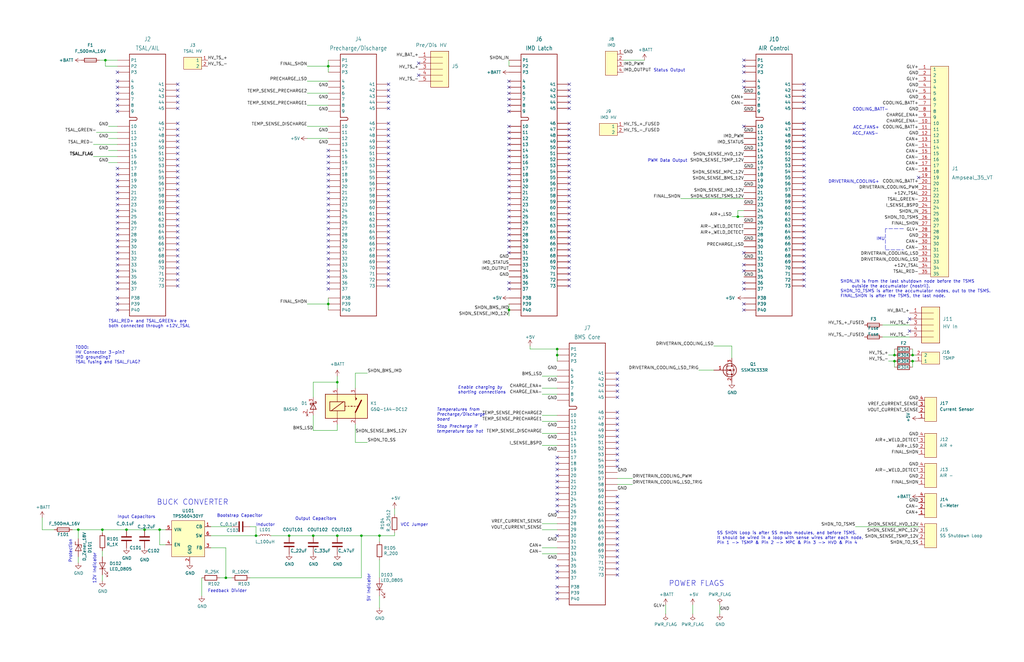
<source format=kicad_sch>
(kicad_sch (version 20211123) (generator eeschema)
  (paper "B")
  (title_block (title "Service Section Motherboard") (rev "1") (company "Olin Electric Motorsports") (comment 1 "Vaughn Rhinehart"))
  (junction (at 33.02 223.52))
  (junction (at 138.43 27.94))
  (junction (at 214.63 130.81))
  (junction (at 234.95 147.32))
  (junction (at 67.31 223.52))
  (junction (at 152.4 226.06))
  (junction (at 121.92 226.06))
  (junction (at 138.43 128.27))
  (junction (at 142.24 226.06))
  (junction (at 311.15 91.44))
  (junction (at 43.18 223.52))
  (junction (at 53.34 223.52))
  (junction (at 107.95 226.06))
  (junction (at 44.45 25.4))
  (junction (at 132.08 226.06))
  (junction (at 377.19 152.4))
  (junction (at 234.95 149.86))
  (junction (at 384.81 152.4))
  (junction (at 377.19 149.86))
  (junction (at 60.96 223.52))
  (junction (at 160.02 226.06))
  (junction (at 384.81 149.86))
  (junction (at 142.24 161.29))
  (junction (at 95.25 243.84))
  (no_connect (at 49.53 81.28))
  (no_connect (at 74.93 110.49))
  (no_connect (at 49.53 130.81))
  (no_connect (at 163.83 38.1))
  (no_connect (at 240.03 64.77))
  (no_connect (at 138.43 114.3))
  (no_connect (at 49.53 125.73))
  (no_connect (at 339.09 72.39))
  (no_connect (at 260.35 179.07))
  (no_connect (at 49.53 88.9))
  (no_connect (at 163.83 120.65))
  (no_connect (at 240.03 62.23))
  (no_connect (at 214.63 39.37))
  (no_connect (at 260.35 186.69))
  (no_connect (at 214.63 60.96))
  (no_connect (at 383.54 139.7))
  (no_connect (at 214.63 119.38))
  (no_connect (at 240.03 113.03))
  (no_connect (at 163.83 85.09))
  (no_connect (at 138.43 71.12))
  (no_connect (at 240.03 82.55))
  (no_connect (at 214.63 76.2))
  (no_connect (at 214.63 68.58))
  (no_connect (at 260.35 189.23))
  (no_connect (at 240.03 120.65))
  (no_connect (at 214.63 46.99))
  (no_connect (at 234.95 252.73))
  (no_connect (at 260.35 224.79))
  (no_connect (at 74.93 54.61))
  (no_connect (at 49.53 34.29))
  (no_connect (at 163.83 69.85))
  (no_connect (at 138.43 101.6))
  (no_connect (at 74.93 85.09))
  (no_connect (at 49.53 30.48))
  (no_connect (at 74.93 62.23))
  (no_connect (at 49.53 86.36))
  (no_connect (at 240.03 40.64))
  (no_connect (at 339.09 115.57))
  (no_connect (at 339.09 45.72))
  (no_connect (at 214.63 99.06))
  (no_connect (at 138.43 104.14))
  (no_connect (at 339.09 40.64))
  (no_connect (at 214.63 93.98))
  (no_connect (at 163.83 64.77))
  (no_connect (at 74.93 72.39))
  (no_connect (at 49.53 36.83))
  (no_connect (at 214.63 81.28))
  (no_connect (at 339.09 95.25))
  (no_connect (at 339.09 77.47))
  (no_connect (at 313.69 114.3))
  (no_connect (at 163.83 77.47))
  (no_connect (at 176.53 31.75))
  (no_connect (at 339.09 43.18))
  (no_connect (at 240.03 100.33))
  (no_connect (at 339.09 35.56))
  (no_connect (at 339.09 102.87))
  (no_connect (at 339.09 54.61))
  (no_connect (at 234.95 203.2))
  (no_connect (at 339.09 113.03))
  (no_connect (at 214.63 106.68))
  (no_connect (at 240.03 92.71))
  (no_connect (at 74.93 97.79))
  (no_connect (at 339.09 105.41))
  (no_connect (at 240.03 80.01))
  (no_connect (at 240.03 43.18))
  (no_connect (at 339.09 120.65))
  (no_connect (at 74.93 107.95))
  (no_connect (at 49.53 91.44))
  (no_connect (at 240.03 67.31))
  (no_connect (at 240.03 45.72))
  (no_connect (at 49.53 93.98))
  (no_connect (at 214.63 83.82))
  (no_connect (at 240.03 35.56))
  (no_connect (at 138.43 66.04))
  (no_connect (at 313.69 111.76))
  (no_connect (at 49.53 111.76))
  (no_connect (at 163.83 92.71))
  (no_connect (at 74.93 118.11))
  (no_connect (at 214.63 34.29))
  (no_connect (at 138.43 106.68))
  (no_connect (at 260.35 160.02))
  (no_connect (at 163.83 107.95))
  (no_connect (at 260.35 196.85))
  (no_connect (at 74.93 43.18))
  (no_connect (at 339.09 74.93))
  (no_connect (at 163.83 40.64))
  (no_connect (at 49.53 76.2))
  (no_connect (at 313.69 34.29))
  (no_connect (at 234.95 213.36))
  (no_connect (at 313.69 130.81))
  (no_connect (at 49.53 119.38))
  (no_connect (at 138.43 93.98))
  (no_connect (at 49.53 83.82))
  (no_connect (at 163.83 59.69))
  (no_connect (at 387.35 74.93))
  (no_connect (at 260.35 184.15))
  (no_connect (at 138.43 63.5))
  (no_connect (at 163.83 115.57))
  (no_connect (at 260.35 240.03))
  (no_connect (at 339.09 82.55))
  (no_connect (at 138.43 73.66))
  (no_connect (at 138.43 76.2))
  (no_connect (at 49.53 121.92))
  (no_connect (at 74.93 38.1))
  (no_connect (at 74.93 80.01))
  (no_connect (at 260.35 176.53))
  (no_connect (at 163.83 105.41))
  (no_connect (at 339.09 38.1))
  (no_connect (at 74.93 102.87))
  (no_connect (at 240.03 87.63))
  (no_connect (at 234.95 243.84))
  (no_connect (at 49.53 44.45))
  (no_connect (at 260.35 165.1))
  (no_connect (at 163.83 52.07))
  (no_connect (at 260.35 234.95))
  (no_connect (at 49.53 128.27))
  (no_connect (at 240.03 90.17))
  (no_connect (at 49.53 116.84))
  (no_connect (at 240.03 115.57))
  (no_connect (at 240.03 74.93))
  (no_connect (at 240.03 54.61))
  (no_connect (at 313.69 106.68))
  (no_connect (at 49.53 73.66))
  (no_connect (at 163.83 82.55))
  (no_connect (at 74.93 113.03))
  (no_connect (at 240.03 77.47))
  (no_connect (at 163.83 97.79))
  (no_connect (at 339.09 107.95))
  (no_connect (at 339.09 62.23))
  (no_connect (at 339.09 69.85))
  (no_connect (at 240.03 38.1))
  (no_connect (at 74.93 95.25))
  (no_connect (at 339.09 57.15))
  (no_connect (at 74.93 77.47))
  (no_connect (at 234.95 195.58))
  (no_connect (at 234.95 247.65))
  (no_connect (at 240.03 95.25))
  (no_connect (at 138.43 86.36))
  (no_connect (at 383.54 134.62))
  (no_connect (at 138.43 88.9))
  (no_connect (at 214.63 41.91))
  (no_connect (at 339.09 80.01))
  (no_connect (at 234.95 210.82))
  (no_connect (at 234.95 238.76))
  (no_connect (at 313.69 36.83))
  (no_connect (at 138.43 68.58))
  (no_connect (at 138.43 99.06))
  (no_connect (at 138.43 81.28))
  (no_connect (at 138.43 83.82))
  (no_connect (at 234.95 200.66))
  (no_connect (at 339.09 118.11))
  (no_connect (at 339.09 85.09))
  (no_connect (at 49.53 78.74))
  (no_connect (at 163.83 95.25))
  (no_connect (at 313.69 30.48))
  (no_connect (at 214.63 63.5))
  (no_connect (at 74.93 92.71))
  (no_connect (at 214.63 44.45))
  (no_connect (at 163.83 102.87))
  (no_connect (at 138.43 121.92))
  (no_connect (at 163.83 100.33))
  (no_connect (at 214.63 66.04))
  (no_connect (at 163.83 54.61))
  (no_connect (at 163.83 87.63))
  (no_connect (at 138.43 96.52))
  (no_connect (at 138.43 91.44))
  (no_connect (at 49.53 99.06))
  (no_connect (at 74.93 82.55))
  (no_connect (at 260.35 167.64))
  (no_connect (at 339.09 110.49))
  (no_connect (at 240.03 118.11))
  (no_connect (at 260.35 219.71))
  (no_connect (at 313.69 53.34))
  (no_connect (at 214.63 58.42))
  (no_connect (at 234.95 241.3))
  (no_connect (at 49.53 46.99))
  (no_connect (at 240.03 69.85))
  (no_connect (at 260.35 212.09))
  (no_connect (at 138.43 78.74))
  (no_connect (at 163.83 72.39))
  (no_connect (at 214.63 88.9))
  (no_connect (at 163.83 118.11))
  (no_connect (at 260.35 157.48))
  (no_connect (at 339.09 87.63))
  (no_connect (at 214.63 91.44))
  (no_connect (at 234.95 198.12))
  (no_connect (at 234.95 193.04))
  (no_connect (at 234.95 215.9))
  (no_connect (at 74.93 69.85))
  (no_connect (at 214.63 104.14))
  (no_connect (at 74.93 105.41))
  (no_connect (at 74.93 67.31))
  (no_connect (at 74.93 57.15))
  (no_connect (at 49.53 41.91))
  (no_connect (at 214.63 53.34))
  (no_connect (at 74.93 90.17))
  (no_connect (at 339.09 90.17))
  (no_connect (at 214.63 78.74))
  (no_connect (at 138.43 111.76))
  (no_connect (at 163.83 35.56))
  (no_connect (at 234.95 226.06))
  (no_connect (at 240.03 52.07))
  (no_connect (at 74.93 45.72))
  (no_connect (at 49.53 96.52))
  (no_connect (at 260.35 227.33))
  (no_connect (at 339.09 52.07))
  (no_connect (at 214.63 96.52))
  (no_connect (at 74.93 35.56))
  (no_connect (at 49.53 104.14))
  (no_connect (at 260.35 229.87))
  (no_connect (at 339.09 59.69))
  (no_connect (at 240.03 97.79))
  (no_connect (at 313.69 27.94))
  (no_connect (at 49.53 114.3))
  (no_connect (at 339.09 100.33))
  (no_connect (at 339.09 92.71))
  (no_connect (at 313.69 121.92))
  (no_connect (at 163.83 57.15))
  (no_connect (at 214.63 121.92))
  (no_connect (at 74.93 59.69))
  (no_connect (at 240.03 105.41))
  (no_connect (at 49.53 39.37))
  (no_connect (at 260.35 173.99))
  (no_connect (at 240.03 72.39))
  (no_connect (at 234.95 250.19))
  (no_connect (at 260.35 191.77))
  (no_connect (at 260.35 162.56))
  (no_connect (at 260.35 222.25))
  (no_connect (at 74.93 40.64))
  (no_connect (at 214.63 55.88))
  (no_connect (at 313.69 128.27))
  (no_connect (at 240.03 59.69))
  (no_connect (at 260.35 237.49))
  (no_connect (at 163.83 113.03))
  (no_connect (at 163.83 62.23))
  (no_connect (at 163.83 67.31))
  (no_connect (at 214.63 101.6))
  (no_connect (at 234.95 208.28))
  (no_connect (at 163.83 45.72))
  (no_connect (at 74.93 64.77))
  (no_connect (at 138.43 119.38))
  (no_connect (at 260.35 232.41))
  (no_connect (at 260.35 194.31))
  (no_connect (at 163.83 90.17))
  (no_connect (at 74.93 120.65))
  (no_connect (at 240.03 102.87))
  (no_connect (at 339.09 64.77))
  (no_connect (at 240.03 107.95))
  (no_connect (at 240.03 110.49))
  (no_connect (at 163.83 74.93))
  (no_connect (at 74.93 74.93))
  (no_connect (at 240.03 57.15))
  (no_connect (at 260.35 242.57))
  (no_connect (at 74.93 52.07))
  (no_connect (at 260.35 181.61))
  (no_connect (at 74.93 115.57))
  (no_connect (at 260.35 209.55))
  (no_connect (at 313.69 25.4))
  (no_connect (at 49.53 101.6))
  (no_connect (at 49.53 71.12))
  (no_connect (at 163.83 110.49))
  (no_connect (at 260.35 217.17))
  (no_connect (at 214.63 86.36))
  (no_connect (at 163.83 80.01))
  (no_connect (at 260.35 214.63))
  (no_connect (at 214.63 73.66))
  (no_connect (at 138.43 116.84))
  (no_connect (at 176.53 26.67))
  (no_connect (at 74.93 100.33))
  (no_connect (at 74.93 87.63))
  (no_connect (at 339.09 67.31))
  (no_connect (at 214.63 71.12))
  (no_connect (at 313.69 119.38))
  (no_connect (at 214.63 36.83))
  (no_connect (at 339.09 97.79))
  (no_connect (at 49.53 106.68))
  (no_connect (at 240.03 85.09))
  (no_connect (at 138.43 109.22))
  (no_connect (at 49.53 109.22))
  (no_connect (at 163.83 43.18))
  (no_connect (at 234.95 205.74))
  (wire (pts (xy 228.6 177.8) (xy 234.95 177.8)))
  (wire (pts (xy 160.02 251.46) (xy 160.02 256.54)))
  (wire (pts (xy 160.02 228.6) (xy 160.02 226.06)))
  (wire (pts (xy 41.91 25.4) (xy 44.45 25.4)))
  (wire (pts (xy 228.6 223.52) (xy 234.95 223.52)))
  (wire (pts (xy 129.54 39.37) (xy 138.43 39.37)))
  (wire (pts (xy 88.9 231.14) (xy 95.25 231.14)))
  (wire (pts (xy 53.34 223.52) (xy 60.96 223.52)))
  (wire (pts (xy 228.6 158.75) (xy 234.95 158.75)))
  (wire (pts (xy 44.45 25.4) (xy 49.53 25.4)))
  (wire (pts (xy 313.69 88.9) (xy 311.15 88.9)))
  (wire (pts (xy 149.86 186.69) (xy 154.94 186.69)))
  (wire (pts (xy 67.31 223.52) (xy 69.85 223.52)))
  (wire (pts (xy 107.95 226.06) (xy 109.22 226.06)))
  (wire (pts (xy 129.54 58.42) (xy 138.43 58.42)))
  (wire (pts (xy 311.15 88.9) (xy 311.15 91.44)))
  (wire (pts (xy 223.52 147.32) (xy 223.52 146.05)))
  (wire (pts (xy 166.37 226.06) (xy 166.37 224.79)))
  (wire (pts (xy 142.24 161.29) (xy 142.24 163.83)))
  (wire (pts (xy 138.43 27.94) (xy 138.43 30.48)))
  (wire (pts (xy 234.95 147.32) (xy 234.95 149.86)))
  (wire (pts (xy 384.81 152.4) (xy 384.81 154.94)))
  (wire (pts (xy 287.02 83.82) (xy 313.69 83.82)))
  (wire (pts (xy 384.81 147.32) (xy 384.81 149.86)))
  (wire (pts (xy 228.6 220.98) (xy 234.95 220.98)))
  (wire (pts (xy 88.9 226.06) (xy 107.95 226.06)))
  (wire (pts (xy 374.65 149.86) (xy 377.19 149.86)))
  (wire (pts (xy 33.02 227.33) (xy 33.02 223.52)))
  (wire (pts (xy 129.54 44.45) (xy 138.43 44.45)))
  (wire (pts (xy 266.7 201.93) (xy 260.35 201.93)))
  (wire (pts (xy 85.09 243.84) (xy 85.09 251.46)))
  (wire (pts (xy 372.11 142.24) (xy 383.54 142.24)))
  (wire (pts (xy 129.54 27.94) (xy 138.43 27.94)))
  (wire (pts (xy 33.02 223.52) (xy 43.18 223.52)))
  (wire (pts (xy 44.45 27.94) (xy 49.53 27.94)))
  (wire (pts (xy 377.19 152.4) (xy 377.19 154.94)))
  (wire (pts (xy 294.64 156.21) (xy 300.99 156.21)))
  (wire (pts (xy 300.99 146.05) (xy 308.61 146.05)))
  (wire (pts (xy 292.1 259.08) (xy 292.1 255.27)))
  (wire (pts (xy 142.24 158.75) (xy 142.24 161.29)))
  (wire (pts (xy 114.3 226.06) (xy 121.92 226.06)))
  (wire (pts (xy 160.02 236.22) (xy 160.02 243.84)))
  (wire (pts (xy 372.11 137.16) (xy 383.54 137.16)))
  (wire (pts (xy 17.78 223.52) (xy 22.86 223.52)))
  (wire (pts (xy 142.24 226.06) (xy 152.4 226.06)))
  (wire (pts (xy 228.6 182.88) (xy 234.95 182.88)))
  (wire (pts (xy 214.63 27.94) (xy 214.63 25.4)))
  (wire (pts (xy 69.85 229.87) (xy 67.31 229.87)))
  (wire (pts (xy 228.6 187.96) (xy 234.95 187.96)))
  (polyline (pts (xy 373.38 105.41) (xy 381 105.41)))
  (wire (pts (xy 149.86 157.48) (xy 149.86 163.83)))
  (wire (pts (xy 129.54 128.27) (xy 138.43 128.27)))
  (wire (pts (xy 303.53 255.27) (xy 303.53 259.08)))
  (wire (pts (xy 266.7 204.47) (xy 260.35 204.47)))
  (wire (pts (xy 39.37 66.04) (xy 49.53 66.04)))
  (wire (pts (xy 44.45 27.94) (xy 44.45 25.4)))
  (wire (pts (xy 384.81 149.86) (xy 386.08 149.86)))
  (wire (pts (xy 166.37 217.17) (xy 166.37 214.63)))
  (wire (pts (xy 95.25 231.14) (xy 95.25 243.84)))
  (wire (pts (xy 234.95 149.86) (xy 234.95 152.4)))
  (wire (pts (xy 40.64 55.88) (xy 49.53 55.88)))
  (polyline (pts (xy 373.38 96.52) (xy 373.38 105.41)))
  (wire (pts (xy 45.72 68.58) (xy 49.53 68.58)))
  (wire (pts (xy 129.54 34.29) (xy 138.43 34.29)))
  (wire (pts (xy 67.31 229.87) (xy 67.31 223.52)))
  (wire (pts (xy 45.72 58.42) (xy 49.53 58.42)))
  (wire (pts (xy 138.43 25.4) (xy 138.43 27.94)))
  (wire (pts (xy 39.37 60.96) (xy 49.53 60.96)))
  (wire (pts (xy 132.08 175.26) (xy 132.08 181.61)))
  (wire (pts (xy 60.96 223.52) (xy 67.31 223.52)))
  (wire (pts (xy 374.65 152.4) (xy 377.19 152.4)))
  (wire (pts (xy 88.9 222.25) (xy 97.79 222.25)))
  (polyline (pts (xy 381 96.52) (xy 373.38 96.52)))
  (wire (pts (xy 132.08 181.61) (xy 142.24 181.61)))
  (wire (pts (xy 107.95 222.25) (xy 107.95 226.06)))
  (wire (pts (xy 280.67 255.27) (xy 280.67 259.08)))
  (wire (pts (xy 308.61 91.44) (xy 311.15 91.44)))
  (wire (pts (xy 132.08 161.29) (xy 142.24 161.29)))
  (wire (pts (xy 228.6 231.14) (xy 234.95 231.14)))
  (wire (pts (xy 214.63 130.81) (xy 214.63 133.35)))
  (wire (pts (xy 105.41 243.84) (xy 152.4 243.84)))
  (wire (pts (xy 33.02 234.95) (xy 33.02 237.49)))
  (wire (pts (xy 228.6 233.68) (xy 234.95 233.68)))
  (wire (pts (xy 30.48 223.52) (xy 33.02 223.52)))
  (wire (pts (xy 234.95 147.32) (xy 223.52 147.32)))
  (wire (pts (xy 152.4 243.84) (xy 152.4 226.06)))
  (wire (pts (xy 43.18 232.41) (xy 43.18 234.95)))
  (wire (pts (xy 311.15 91.44) (xy 313.69 91.44)))
  (wire (pts (xy 360.68 222.25) (xy 387.35 222.25)))
  (wire (pts (xy 149.86 179.07) (xy 149.86 186.69)))
  (wire (pts (xy 160.02 226.06) (xy 166.37 226.06)))
  (wire (pts (xy 132.08 161.29) (xy 132.08 167.64)))
  (wire (pts (xy 149.86 157.48) (xy 154.94 157.48)))
  (wire (pts (xy 308.61 151.13) (xy 308.61 146.05)))
  (wire (pts (xy 138.43 125.73) (xy 138.43 128.27)))
  (wire (pts (xy 95.25 243.84) (xy 97.79 243.84)))
  (wire (pts (xy 132.08 226.06) (xy 142.24 226.06)))
  (wire (pts (xy 228.6 175.26) (xy 234.95 175.26)))
  (wire (pts (xy 377.19 147.32) (xy 377.19 149.86)))
  (wire (pts (xy 384.81 152.4) (xy 386.08 152.4)))
  (wire (pts (xy 92.71 243.84) (xy 95.25 243.84)))
  (wire (pts (xy 138.43 128.27) (xy 138.43 130.81)))
  (wire (pts (xy 214.63 130.81) (xy 214.63 128.27)))
  (wire (pts (xy 129.54 53.34) (xy 138.43 53.34)))
  (wire (pts (xy 228.6 166.37) (xy 234.95 166.37)))
  (wire (pts (xy 262.89 25.4) (xy 271.78 25.4)))
  (wire (pts (xy 152.4 226.06) (xy 160.02 226.06)))
  (wire (pts (xy 45.72 53.34) (xy 49.53 53.34)))
  (wire (pts (xy 43.18 223.52) (xy 53.34 223.52)))
  (wire (pts (xy 105.41 222.25) (xy 107.95 222.25)))
  (wire (pts (xy 43.18 223.52) (xy 43.18 224.79)))
  (wire (pts (xy 17.78 218.44) (xy 17.78 223.52)))
  (wire (pts (xy 142.24 181.61) (xy 142.24 179.07)))
  (wire (pts (xy 45.72 63.5) (xy 49.53 63.5)))
  (wire (pts (xy 43.18 242.57) (xy 43.18 245.11)))
  (wire (pts (xy 228.6 163.83) (xy 234.95 163.83)))
  (wire (pts (xy 121.92 226.06) (xy 132.08 226.06)))
  (text "DRIVETRAIN_COOLING+" (at 370.84 77.47 180) (effects (font (size 1.27 1.27)) (justify right bottom)))
  (text "Protection\n" (at 30.48 237.49 90) (effects (font (size 1.27 1.27)) (justify left bottom)))
  (text "BUCK CONVERTER\n" (at 66.04 213.36 0) (effects (font (size 2.2606 2.2606)) (justify left bottom)))
  (text "ACC_FANS+" (at 370.84 54.61 180) (effects (font (size 1.27 1.27)) (justify right bottom)))
  (text "ACC_FANS-" (at 359.41 57.15 0) (effects (font (size 1.27 1.27)) (justify left bottom)))
  (text "Stop Precharge if\ntemperature too hot" (at 184.15 182.88 0) (effects (font (size 1.27 1.27) italic) (justify left bottom)))
  (text "Bootstrap Capacitor\n" (at 91.44 218.44 0) (effects (font (size 1.27 1.27)) (justify left bottom)))
  (text "COOLING_BATT-" (at 374.65 46.99 180) (effects (font (size 1.27 1.27)) (justify right bottom)))
  (text "Status Output" (at 275.59 30.48 0) (effects (font (size 1.27 1.27)) (justify left bottom)))
  (text "Output Capacitors\n" (at 124.46 219.71 0) (effects (font (size 1.27 1.27)) (justify left bottom)))
  (text "PWM Data Output" (at 273.05 68.58 0) (effects (font (size 1.27 1.27)) (justify left bottom)))
  (text "TODO:\nHV Connector 3-pin? \nIMD grounding?\nTSAL fusing and TSAL_FLAG?" (at 31.75 153.67 0) (effects (font (size 1.27 1.27)) (justify left bottom)))
  (text "POWER FLAGS\n" (at 281.94 247.65 0) (effects (font (size 2.2606 2.2606)) (justify left bottom)))
  (text "12V Indicator" (at 40.64 246.38 90) (effects (font (size 1.27 1.27)) (justify left bottom)))
  (text "Input Capacitors\n\n" (at 49.53 220.98 0) (effects (font (size 1.27 1.27)) (justify left bottom)))
  (text "VCC Jumper\n" (at 168.91 222.25 0) (effects (font (size 1.27 1.27)) (justify left bottom)))
  (text "SS SHDN Loop is after SS mobo modules, and before TSMS.\nIt should be wired in a loop with sense wires after each node.\nPin 1 -> TSMP & Pin 2 -> MPC & Pin 3 -> HVD & Pin 4" (at 302.26 229.87 0) (effects (font (size 1.27 1.27)) (justify left bottom)))
  (text "TSAL_RED+ and TSAL_GREEN+ are\nboth connected through +12V_TSAL" (at 45.72 138.43 0) (effects (font (size 1.27 1.27)) (justify left bottom)))
  (text "Temperatures from\nPrecharge/Discharge\nboard" (at 184.15 177.8 0) (effects (font (size 1.27 1.27) italic) (justify left bottom)))
  (text "5V Indicator" (at 156.21 254 90) (effects (font (size 1.27 1.27)) (justify left bottom)))
  (text "Inductor\n" (at 107.95 222.25 0) (effects (font (size 1.27 1.27)) (justify left bottom)))
  (text "Feedback Divider\n" (at 87.63 250.19 0) (effects (font (size 1.27 1.27)) (justify left bottom)))
  (text "SHDN_IN is from the last shutdown node before the TSMS\n	outside the accumulator (nostril).\nSHDN_TO_TSMS is after the accumulator nodes, out to the TSMS.\nFINAL_SHDN is after the TSMS, the last node." (at 354.33 125.73 0) (effects (font (size 1.27 1.27)) (justify left bottom)))
  (text "Enable charging by\nshorting connections" (at 193.04 166.37 0) (effects (font (size 1.27 1.27) italic) (justify left bottom)))
  (text "IMU" (at 369.57 101.6 0) (effects (font (size 1.27 1.27)) (justify left bottom)))
  (label "DRIVETRAIN_COOLING_LSD" (at 387.35 107.95 180))
  (label "TSAL_RED-" (at 39.37 60.96 180))
  (label "SHDN_SENSE_BMS_12V" (at 313.69 76.2 180))
  (label "CAN+" (at 228.6 231.14 180))
  (label "GND" (at 387.35 184.15 180))
  (label "VOUT_CURRENT_SENSE" (at 387.35 173.99 180))
  (label "SHDN_SENSE_BMS_12V" (at 149.86 182.88 0))
  (label "GND" (at 387.35 36.83 180))
  (label "GND" (at 387.35 196.85 180))
  (label "SHDN_BMS_IMD" (at 214.63 130.81 180))
  (label "GND" (at 313.69 78.74 0))
  (label "GLV+" (at 387.35 97.79 180))
  (label "HV_BAT_+" (at 176.53 24.13 180))
  (label "SHDN_TO_TSMS" (at 387.35 92.71 180))
  (label "GND" (at 387.35 41.91 180))
  (label "GND" (at 234.95 190.5 180))
  (label "AIR+_LSD" (at 308.61 91.44 180))
  (label "SHDN_TO_TSMS" (at 360.68 222.25 180))
  (label "CAN-" (at 387.35 214.63 180))
  (label "PRECHARGE_LSD" (at 313.69 104.14 180))
  (label "TSAL_RED-" (at 387.35 115.57 180))
  (label "COOLING_BATT+" (at 387.35 44.45 180))
  (label "TEMP_SENSE_PRECHARGE2" (at 228.6 175.26 180))
  (label "GLV+" (at 387.35 29.21 180))
  (label "GND" (at 234.95 168.91 180))
  (label "TSAL_FLAG" (at 39.37 66.04 180) (effects (font (thickness 0.254) bold)))
  (label "GND" (at 262.89 22.86 0))
  (label "HV_TS_-_FUSED" (at 262.89 55.88 0))
  (label "TEMP_SENSE_PRECHARGE2" (at 129.54 39.37 180))
  (label "SHDN_SENSE_TSMP_12V" (at 313.69 68.58 180))
  (label "AIR-_WELD_DETECT" (at 313.69 96.52 180))
  (label "GND" (at 45.72 63.5 180))
  (label "CAN+" (at 387.35 59.69 180))
  (label "SHDN_SENSE_IMD_12V" (at 313.69 81.28 180))
  (label "AIR+_WELD_DETECT" (at 387.35 186.69 180))
  (label "SHDN_SENSE_IMD_12V" (at 214.63 133.35 180))
  (label "HV_TS_+" (at 374.65 149.86 180))
  (label "IMD_STATUS" (at 313.69 60.96 180))
  (label "GND" (at 214.63 109.22 180))
  (label "GND" (at 313.69 101.6 0))
  (label "GLV+" (at 387.35 39.37 180))
  (label "COOLING_BATT+" (at 387.35 77.47 180))
  (label "GND" (at 387.35 201.93 180))
  (label "CHARGE_ENA+" (at 387.35 49.53 180))
  (label "TEMP_SENSE_DISCHARGE" (at 129.54 53.34 180))
  (label "GND" (at 45.72 68.58 180))
  (label "IMD_STATUS" (at 214.63 111.76 180))
  (label "DRIVETRAIN_COOLING_PWM" (at 387.35 80.01 180))
  (label "DRIVETRAIN_COOLING_LSD" (at 300.99 146.05 180))
  (label "GND" (at 313.69 39.37 0))
  (label "FINAL_SHDN" (at 387.35 204.47 180))
  (label "GND" (at 138.43 41.91 180))
  (label "GND" (at 234.95 156.21 180))
  (label "FINAL_SHDN" (at 129.54 128.27 180))
  (label "BMS_LSD" (at 132.08 181.61 180))
  (label "SHDN_SENSE_MPC_12V" (at 313.69 73.66 180))
  (label "SHDN_SENSE_MPC_12V" (at 387.35 224.79 180))
  (label "GND" (at 313.69 86.36 0))
  (label "CHARGE_ENA-" (at 228.6 166.37 180))
  (label "CAN+" (at 313.69 41.91 180))
  (label "CAN+" (at 387.35 69.85 180))
  (label "SHDN_TO_SS" (at 387.35 229.87 180))
  (label "CAN+" (at 387.35 64.77 180))
  (label "CAN+" (at 387.35 217.17 180))
  (label "CAN-" (at 387.35 72.39 180))
  (label "GND" (at 260.35 199.39 0))
  (label "SHDN_BMS_IMD" (at 154.94 157.48 0))
  (label "HV_TS_-" (at 87.63 27.94 0))
  (label "+12V_TSAL" (at 387.35 82.55 180))
  (label "VOUT_CURRENT_SENSE" (at 228.6 223.52 180))
  (label "AIR+_WELD_DETECT" (at 313.69 99.06 180))
  (label "GND" (at 138.43 36.83 180))
  (label "SHDN_IN" (at 214.63 25.4 180))
  (label "GND" (at 260.35 207.01 0))
  (label "GND" (at 138.43 60.96 180))
  (label "HV_TS_-_FUSED" (at 364.49 142.24 180))
  (label "FINAL_SHDN" (at 387.35 95.25 180))
  (label "GND" (at 313.69 63.5 0))
  (label "AIR-_WELD_DETECT" (at 387.35 199.39 180))
  (label "SHDN_SENSE_HVD_12V" (at 387.35 222.25 180))
  (label "GND" (at 387.35 46.99 180))
  (label "FINAL_SHDN" (at 287.02 83.82 180))
  (label "GND" (at 313.69 109.22 0))
  (label "SHDN_SENSE_TSMS_12V" (at 313.69 83.82 180))
  (label "TSAL_GREEN-" (at 40.64 55.88 180))
  (label "GND" (at 234.95 228.6 180))
  (label "PRECHARGE_LSD" (at 129.54 34.29 180))
  (label "GND" (at 138.43 46.99 180))
  (label "GND" (at 313.69 46.99 0))
  (label "TEMP_SENSE_PRECHARGE1" (at 228.6 177.8 180))
  (label "GND" (at 313.69 71.12 0))
  (label "TEMP_SENSE_PRECHARGE1" (at 129.54 44.45 180))
  (label "GND" (at 313.69 55.88 0))
  (label "GND" (at 234.95 161.29 180))
  (label "HV_TS_+_FUSED" (at 364.49 137.16 180))
  (label "HV_BAT_+" (at 383.54 132.08 180))
  (label "FINAL_SHDN" (at 129.54 27.94 180))
  (label "HV_TS_-" (at 383.54 142.24 180))
  (label "GND" (at 313.69 116.84 0))
  (label "DRIVETRAIN_COOLING_LSD" (at 387.35 110.49 180))
  (label "VREF_CURRENT_SENSE" (at 387.35 171.45 180))
  (label "I_SENSE_BSPD" (at 387.35 87.63 180))
  (label "GLV+" (at 387.35 34.29 180))
  (label "AIR+_LSD" (at 387.35 189.23 180))
  (label "GND" (at 387.35 100.33 180))
  (label "HV_TS_+" (at 176.53 29.21 180))
  (label "DRIVETRAIN_COOLING_LSD_TRIG" (at 294.64 156.21 180))
  (label "CAN-" (at 313.69 44.45 180))
  (label "HV_TS_+" (at 383.54 137.16 180))
  (label "BMS_LSD" (at 228.6 158.75 180))
  (label "CAN-" (at 228.6 233.68 180))
  (label "GND" (at 234.95 180.34 180))
  (label "GND" (at 45.72 53.34 180))
  (label "HV_TS_+" (at 87.63 25.4 0))
  (label "GND" (at 303.53 257.81 0))
  (label "IMD_OUTPUT" (at 262.89 30.48 0))
  (label "TEMP_SENSE_DISCHARGE" (at 228.6 182.88 180))
  (label "HV_TS_-" (at 176.53 34.29 180))
  (label "VREF_CURRENT_SENSE" (at 228.6 220.98 180))
  (label "GND" (at 387.35 31.75 180))
  (label "GND" (at 214.63 116.84 180))
  (label "IMD_PWM" (at 262.89 27.94 0))
  (label "IMD_OUTPUT" (at 214.63 114.3 180))
  (label "SHDN_SENSE_HVD_12V" (at 313.69 66.04 180))
  (label "DRIVETRAIN_COOLING_LSD_TRIG" (at 266.7 204.47 0))
  (label "GND" (at 138.43 55.88 180))
  (label "GND" (at 234.95 218.44 180))
  (label "GND" (at 234.95 236.22 180))
  (label "SHDN_TO_SS" (at 154.94 186.69 0))
  (label "GND" (at 313.69 93.98 0))
  (label "HV_TS_+_FUSED" (at 262.89 53.34 0))
  (label "TSAL_GREEN-" (at 387.35 85.09 180))
  (label "HV_TS_-" (at 374.65 152.4 180))
  (label "CAN-" (at 387.35 67.31 180))
  (label "CAN+" (at 387.35 102.87 180))
  (label "I_SENSE_BSPD" (at 228.6 187.96 180))
  (label "CAN-" (at 387.35 62.23 180))
  (label "CHARGE_ENA+" (at 228.6 163.83 180))
  (label "SHDN_SENSE_TSMP_12V" (at 387.35 227.33 180))
  (label "+12V_TSAL" (at 387.35 113.03 180))
  (label "IMD_PWM" (at 313.69 58.42 180))
  (label "SHDN_IN" (at 387.35 90.17 180))
  (label "GND" (at 234.95 185.42 180))
  (label "GND" (at 387.35 168.91 180))
  (label "GLV+" (at 280.67 256.54 180))
  (label "FINAL_SHDN" (at 387.35 191.77 180))
  (label "DRIVETRAIN_COOLING_PWM" (at 266.7 201.93 0))
  (label "COOLING_BATT+" (at 387.35 54.61 180))
  (label "CAN-" (at 387.35 105.41 180))
  (label "GND" (at 387.35 57.15 180))
  (label "GND" (at 45.72 58.42 180))
  (label "GND" (at 387.35 212.09 180))
  (label "CHARGE_ENA-" (at 387.35 52.07 180))
  (symbol (lib_id "power:GND") (at 80.01 237.49 0) (unit 1)
    (property "Reference" "#PWR0106" (effects hide))
    (property "Value" "GND" (at 80.137 241.8842 0))
  )
  (symbol (lib_id "power:GND") (at 60.96 231.14 0) (unit 1)
    (property "Reference" "#PWR0105" (effects hide))
    (property "Value" "GND" (at 60.96 236.22 0))
  )
  (symbol (lib_id "power:GND") (at 53.34 231.14 0) (unit 1)
    (property "Reference" "#PWR0104" (effects hide))
    (property "Value" "GND" (at 53.467 235.5342 0))
  )
  (symbol (lib_id "formula:C_0.1uF") (at 101.6 222.25 90) (unit 1)
    (property "Reference" "C103" (at 98.044 223.774 90))
    (property "Value" "C_0.1uF" (at 96.52 221.234 90))
    (property "Footprint" "footprints:C_0805_OEM" (effects hide))
    (property "Datasheet" "http://datasheets.avx.com/X7RDielectric.pdf" (effects hide))
    (property "MFN" "DK" (effects hide))
    (property "MPN" "478-3352-1-ND" (effects hide))
    (property "PurchasingLink" "https://www.digikey.com/products/en?keywords=478-3352-1-ND" (effects hide))
  )
  (symbol (lib_id "formula:C_2.2uF") (at 60.96 228.6 0) (unit 1)
    (property "Reference" "C102" (at 62.23 232.41 0) (effects (justify left)))
    (property "Value" "C_2.2uF" (at 57.912 222.25 0) (effects (justify left)))
    (property "Footprint" "footprints:C_0603_1608Metric" (effects hide))
    (property "Datasheet" "http://www.yageo.com/documents/recent/UPY-GPHC_X5R_4V-to-50V_25.pdf" (effects hide))
    (property "MFN" "DK" (effects hide))
    (property "MPN" "311-1451-1-ND" (effects hide))
    (property "PurchasingLink" "https://www.digikey.com/product-detail/en/yageo/CC0603KRX5R6BB225/311-1451-1-ND/2833757" (effects hide))
  )
  (symbol (lib_id "formula:C_0.1uF") (at 53.34 227.33 0) (unit 1)
    (property "Reference" "C101" (at 54.61 231.14 0) (effects (justify left)))
    (property "Value" "C_0.1uF" (at 49.022 220.98 0) (effects (justify left)))
    (property "Footprint" "footprints:C_0805_OEM" (effects hide))
    (property "Datasheet" "http://datasheets.avx.com/X7RDielectric.pdf" (effects hide))
    (property "MFN" "DK" (effects hide))
    (property "MPN" "478-3352-1-ND" (effects hide))
    (property "PurchasingLink" "https://www.digikey.com/products/en?keywords=478-3352-1-ND" (effects hide))
  )
  (symbol (lib_id "formula:R_100K") (at 101.6 243.84 270) (unit 1)
    (property "Reference" "R103" (at 100.33 246.38 90) (effects (justify left)))
    (property "Value" "R_100K" (at 97.79 241.3 90) (effects (justify left)))
    (property "Footprint" "footprints:R_0805_OEM" (effects hide))
    (property "Datasheet" "https://industrial.panasonic.com/cdbs/www-data/pdf/RDA0000/AOA0000C304.pdf" (effects hide))
    (property "MFN" "DK" (effects hide))
    (property "MPN" "P100KCCT-ND" (effects hide))
    (property "PurchasingLink" "https://www.digikey.com/product-detail/en/panasonic-electronic-components/ERJ-6ENF1003V/P100KCCT-ND/119551" (effects hide))
  )
  (symbol (lib_id "power:GND") (at 303.53 259.08 0) (unit 1)
    (property "Reference" "#PWR0119" (effects hide))
    (property "Value" "GND" (at 303.657 263.4742 0))
  )
  (symbol (lib_id "formula:C_22uF") (at 121.92 229.87 0) (unit 1)
    (property "Reference" "COUT101" (at 119.126 223.52 0) (effects (justify left)))
    (property "Value" "C_22uF" (at 122.428 232.41 0) (effects (justify left)))
    (property "Footprint" "footprints:C_1206_OEM" (effects hide))
    (property "Datasheet" "https://product.tdk.com/info/en/catalog/datasheets/mlcc_commercial_general_en.pdf" (effects hide))
    (property "MFN" "DK" (effects hide))
    (property "MPN" "445-11693-1-ND" (effects hide))
    (property "PurchasingLink" "https://www.digikey.com/product-detail/en/tdk-corporation/C3216JB1C226M160AB/445-11693-1-ND/3953359" (effects hide))
  )
  (symbol (lib_id "formula:C_47uF") (at 142.24 229.87 0) (unit 1)
    (property "Reference" "COUT103" (at 139.7 223.52 0) (effects (justify left)))
    (property "Value" "C_47uF" (at 142.494 232.41 0) (effects (justify left)))
    (property "Footprint" "footprints:C_0805_OEM" (effects hide))
    (property "Datasheet" "http://www.samsungsem.com/kr/support/product-search/mlcc/__icsFiles/afieldfile/2018/06/22/CL21A476MQYNNNG.pdf" (effects hide))
    (property "MFN" "DK" (effects hide))
    (property "MPN" "1276-6467-1-ND" (effects hide))
    (property "PurchasingLink" "https://www.digikey.com/product-detail/en/samsung-electro-mechanics/CL21A476MQYNNNG/1276-6467-1-ND/5958095" (effects hide))
  )
  (symbol (lib_id "formula:C_33uF") (at 132.08 229.87 0) (unit 1)
    (property "Reference" "COUT102" (at 129.54 223.52 0) (effects (justify left)))
    (property "Value" "C_33uF" (at 132.334 232.41 0) (effects (justify left)))
    (property "Footprint" "footprints:Fuse_1812" (effects hide))
    (property "Datasheet" "https://product.tdk.com/info/en/catalog/datasheets/mlcc_commercial_general_en.pdf" (effects hide))
    (property "MFN" "C4532X7R1C336M250KC" (effects hide))
    (property "MPN" "445-3924-1-ND" (effects hide))
    (property "PurchasingLink" "https://www.digikey.com/product-detail/en/tdk-corporation/C4532X7R1C336M250KC/445-3924-1-ND/1923431" (effects hide))
  )
  (symbol (lib_id "formula:R_25K") (at 88.9 243.84 270) (unit 1)
    (property "Reference" "R102" (at 87.63 246.38 90) (effects (justify left)))
    (property "Value" "R_25K" (at 86.36 241.3 90) (effects (justify left)))
    (property "Footprint" "footprints:R_0805_OEM" (effects hide))
    (property "Datasheet" "https://www.te.com/commerce/DocumentDelivery/DDEController?Action=srchrtrv&DocNm=1773200-1&DocType=DS&DocLang=English" (effects hide))
    (property "MFN" "A124124CT-ND" (effects hide))
    (property "Digi-key Part Number" "CPF-A-0805B25KE" (effects hide))
    (property "PurchasingLink" "https://www.digikey.com/product-detail/en/te-connectivity-passive-product/CPF-A-0805B25KE/A124124CT-ND/5970044" (effects hide))
  )
  (symbol (lib_id "formula:F_500mA_16V") (at 26.67 223.52 270) (unit 1)
    (property "Reference" "F101" (at 26.67 225.552 90))
    (property "Value" "F_500mA_16V" (at 27.178 220.98 90))
    (property "Footprint" "footprints:Fuse_1210" (effects hide))
    (property "Datasheet" "https://belfuse.com/resources/CircuitProtection/datasheets/0ZCH%20Nov2016.pdf" (effects hide))
    (property "MFN" "DK" (effects hide))
    (property "MPN" "507-1786-1-ND" (effects hide))
    (property "PurchasingLink" "https://www.digikey.com/product-detail/en/bel-fuse-inc/0ZCH0050FF2G/507-1786-1-ND/4156209" (effects hide))
  )
  (symbol (lib_id "formula:R_0_2512") (at 166.37 220.98 0) (unit 1)
    (property "Reference" "R104" (at 161.29 220.98 90))
    (property "Value" "R_0_2512" (at 163.83 219.71 90))
    (property "Footprint" "footprints:R_2512_OEM" (effects hide))
    (property "Datasheet" "http://www.te.com/commerce/DocumentDelivery/DDEController?Action=srchrtrv&DocNm=9-1773463-7&DocType=DS&DocLang=English" (effects hide))
    (property "MFN" "DK" (effects hide))
    (property "MPN" "A121322CT-ND" (effects hide))
    (property "PurchasingLink" "https://www.digikey.com/products/en?keywords=A121322CT-ND" (effects hide))
  )
  (symbol (lib_id "formula:LED_0805") (at 160.02 247.65 90) (unit 1)
    (property "Reference" "D103" (at 160.528 242.57 90) (effects (justify right)))
    (property "Value" "LED_0805" (at 160.528 244.856 90) (effects (justify right)))
    (property "Footprint" "footprints:LED_0805_OEM" (effects hide))
    (property "Datasheet" "http://www.osram-os.com/Graphics/XPic9/00078860_0.pdf" (effects hide))
    (property "MFN" "DK" (effects hide))
    (property "MPN" "475-1410-1-ND" (effects hide))
    (property "PurchasingLink" "https://www.digikey.com/products/en?keywords=475-1410-1-ND" (effects hide))
  )
  (symbol (lib_id "formula:R_200") (at 160.02 232.41 0) (unit 1)
    (property "Reference" "R105" (at 161.798 231.2416 0) (effects (justify left)))
    (property "Value" "R_200" (at 161.798 233.553 0) (effects (justify left)))
    (property "Footprint" "footprints:R_0805_OEM" (effects hide))
    (property "Datasheet" "https://www.seielect.com/Catalog/SEI-RMCF_RMCP.pdf" (effects hide))
    (property "MFN" "DK" (effects hide))
    (property "MPN" "RMCF0805JT200RCT-ND" (effects hide))
    (property "PurchasingLink" "https://www.digikey.com/products/en?keywords=RMCF0805JT200RCT-ND" (effects hide))
  )
  (symbol (lib_id "power:GND") (at 160.02 256.54 0) (unit 1)
    (property "Reference" "#PWR0111" (effects hide))
    (property "Value" "GND" (at 160.147 260.9342 0))
  )
  (symbol (lib_id "formula:D_Zener_18V") (at 33.02 231.14 270) (unit 1)
    (property "Reference" "D101" (at 37.846 230.886 0))
    (property "Value" "D_Zener_18V" (at 35.56 230.632 0))
    (property "Footprint" "footprints:DO-214AA" (effects hide))
    (property "Datasheet" "http://www.mccsemi.com/up_pdf/SMBJ5338B-SMBJ5388B(SMB).pdf" (effects hide))
    (property "MFN" "DK" (effects hide))
    (property "MPN" "SMBJ5355B-TPMSCT-ND" (effects hide))
    (property "PurchasingLink" "https://www.digikey.com/products/en?keywords=SMBJ5355B-TPMSCT-ND" (effects hide))
  )
  (symbol (lib_id "power:GND") (at 33.02 237.49 0) (unit 1)
    (property "Reference" "#PWR0102" (effects hide))
    (property "Value" "GND" (at 33.147 241.8842 0))
  )
  (symbol (lib_id "formula:LED_0805") (at 43.18 238.76 90) (unit 1)
    (property "Reference" "D102" (at 46.1518 237.7948 90) (effects (justify right)))
    (property "Value" "LED_0805" (at 46.1518 240.1062 90) (effects (justify right)))
    (property "Footprint" "footprints:LED_0805_OEM" (effects hide))
    (property "Datasheet" "http://www.osram-os.com/Graphics/XPic9/00078860_0.pdf" (effects hide))
    (property "MFN" "DK" (effects hide))
    (property "MPN" "475-1410-1-ND" (effects hide))
    (property "PurchasingLink" "https://www.digikey.com/products/en?keywords=475-1410-1-ND" (effects hide))
  )
  (symbol (lib_id "power:GND") (at 43.18 245.11 0) (unit 1)
    (property "Reference" "#PWR0103" (effects hide))
    (property "Value" "GND" (at 43.307 249.5042 0))
  )
  (symbol (lib_id "formula:TPS560430YF") (at 78.74 227.33 0) (unit 1)
    (property "Reference" "U101" (at 79.375 215.519 0))
    (property "Value" "TPS560430YF" (at 79.375 217.8304 0))
    (property "Footprint" "footprints:SOT-23-6_OEM" (effects hide))
    (property "Datasheet" "http://www.ti.com/lit/ds/symlink/tps560430.pdf" (effects hide))
    (property "MPN" "TPS560430YFDBVR" (effects hide))
    (property "MFN" "TPS560430YFDBVR-ND" (effects hide))
    (property "Purchasing Link" "https://www.digikey.com/product-detail/en/texas-instruments/TPS560430XDBVR/296-50420-6-ND/9685813" (effects hide))
  )
  (symbol (lib_id "power:GND") (at 85.09 251.46 0) (unit 1)
    (property "Reference" "#PWR0107" (effects hide))
    (property "Value" "GND" (at 85.217 255.8542 0))
  )
  (symbol (lib_id "power:GND") (at 132.08 233.68 0) (unit 1)
    (property "Reference" "#PWR0110" (effects hide))
    (property "Value" "GND" (at 132.207 238.0742 0))
  )
  (symbol (lib_id "power:PWR_FLAG") (at 280.67 259.08 180) (unit 1)
    (property "Reference" "#FLG0101" (effects hide))
    (property "Value" "PWR_FLAG" (at 280.67 263.4996 0))
  )
  (symbol (lib_id "power:PWR_FLAG") (at 292.1 259.08 180) (unit 1)
    (property "Reference" "#FLG0102" (effects hide))
    (property "Value" "PWR_FLAG" (at 292.1 263.4996 0))
  )
  (symbol (lib_id "power:PWR_FLAG") (at 303.53 255.27 0) (unit 1)
    (property "Reference" "#FLG0103" (effects hide))
    (property "Value" "PWR_FLAG" (at 303.53 250.8504 0))
  )
  (symbol (lib_id "formula:R_1K") (at 43.18 228.6 0) (unit 1)
    (property "Reference" "R101" (at 44.958 227.4316 0) (effects (justify left)))
    (property "Value" "R_1K" (at 44.958 229.743 0) (effects (justify left)))
    (property "Footprint" "footprints:R_0805_OEM" (effects hide))
    (property "Datasheet" "https://www.seielect.com/Catalog/SEI-rncp.pdf" (effects hide))
    (property "MFN" "DK" (effects hide))
    (property "MPN" "RNCP0805FTD1K00CT-ND" (effects hide))
    (property "PurchasingLink" "https://www.digikey.com/products/en?keywords=RNCP0805FTD1K00CT-ND" (effects hide))
  )
  (symbol (lib_id "power:GND") (at 121.92 233.68 0) (unit 1)
    (property "Reference" "#PWR0109" (effects hide))
    (property "Value" "GND" (at 122.047 238.0742 0))
  )
  (symbol (lib_id "power:GND") (at 142.24 233.68 0) (unit 1)
    (property "Reference" "#PWR0108" (effects hide))
    (property "Value" "GND" (at 142.367 238.0742 0))
  )
  (symbol (lib_id "formula:L_100uH") (at 111.76 226.06 0) (unit 1)
    (property "Reference" "L101" (at 111.76 223.52 0))
    (property "Value" "L_100uH" (at 111.76 228.6 0))
    (property "Footprint" "footprints:L_100uH_OEM" (effects hide))
    (property "Datasheet" "https://product.tdk.com/info/en/catalog/datasheets/inductor_commercial_decoupling_nlfv32-ef_en.pdf" (effects hide))
    (property "MFN" "Digikey" (effects hide))
    (property "MPN" "445-15759-1-ND" (effects hide))
    (property "Link" "https://www.digikey.com/product-detail/en/tdk-corporation/NLFV32T-101K-EF/445-15759-1-ND/4328055" (effects hide))
  )
  (symbol (lib_id "power:+5V") (at 166.37 214.63 0) (unit 1)
    (property "Reference" "#PWR0113" (effects hide))
    (property "Value" "+5V" (at 166.751 210.2358 0))
  )
  (symbol (lib_id "power:+5V") (at 292.1 255.27 0) (unit 1)
    (property "Reference" "#PWR0120" (effects hide))
    (property "Value" "+5V" (at 292.481 250.8758 0))
  )
  (symbol (lib_id "power:+BATT") (at 17.78 218.44 0) (unit 1)
    (property "Reference" "#PWR0101" (effects hide))
    (property "Value" "+BATT" (at 18.161 214.0458 0))
  )
  (symbol (lib_id "power:+BATT") (at 280.67 255.27 0) (unit 1)
    (property "Reference" "#PWR0118" (effects hide))
    (property "Value" "+BATT" (at 281.051 250.8758 0))
  )
  (symbol (lib_id "formula:SSM3K333R") (at 306.07 156.21 0) (unit 1)
    (property "Reference" "Q1" (at 316.23 153.67 0) (effects (justify left)))
    (property "Value" "SSM3K333R" (at 312.42 156.2099 0) (effects (justify left)))
    (property "Footprint" "footprints:SOT-23F" (effects hide))
    (property "Datasheet" "https://drive.google.com/drive/folders/0B-V-iZf33Y4GNzhDQTJZanJRbVk" (effects hide))
    (property "MFN" "DK" (effects hide))
    (property "MPN" "SSM3K333RLFCT-ND" (effects hide))
    (property "PurchasingLink" "https://www.digikey.com/product-detail/en/toshiba-semiconductor-and-storage/SSM3K333RLF/SSM3K333RLFCT-ND/3522391" (effects hide))
  )
  (symbol (lib_id "power:+BATT") (at 34.29 25.4 90) (unit 1)
    (property "Reference" "#PWR0128" (effects hide))
    (property "Value" "+BATT" (at 27.94 25.4 90))
  )
  (symbol (lib_id "formula:Automotive_M.2") (at 326.39 66.04 0) (unit 1)
    (property "Reference" "J10" (at 326.39 16.51 0) (effects (font (size 1.778 1.5113))))
    (property "Value" "AIR Control" (at 326.39 20.32 0) (effects (font (size 1.778 1.5113))))
    (property "Footprint" "oem:MKVI_AIR_CONTROL" (effects hide))
  )
  (symbol (lib_id "power:+5V") (at 129.54 58.42 90) (unit 1)
    (property "Reference" "#PWR0125" (effects hide))
    (property "Value" "+5V" (at 124.46 58.42 90))
  )
  (symbol (lib_id "Device:Fuse") (at 368.3 137.16 90) (unit 1)
    (property "Reference" "F3" (at 368.3 134.62 90))
    (property "Value" "Fuse" (at 368.3 140.97 90))
    (property "Footprint" "footprints:4245_fuse_holder" (effects hide))
  )
  (symbol (lib_id "OEM:BAS40") (at 132.08 171.45 270) (unit 1)
    (property "Reference" "D1" (at 127 170.18 90) (effects (justify left)))
    (property "Value" "BAS40" (at 119.38 172.72 90) (effects (justify left)))
    (property "Footprint" "Package_TO_SOT_SMD:SOT-23" (effects hide))
    (property "Datasheet" "https://rocelec.widen.net/view/pdf/lhxhahjkry/PHGL-S-A0000721047-1.pdf?t.download=true&u=5oefqw" (effects hide))
    (property "MFN" "Nexperia" (effects hide))
    (property "MPN" "BAS40" (effects hide))
    (property "DKPN" "1727-1206-1-ND" (effects hide))
    (property "NewDesigns" "YES" (effects hide))
    (property "Stocked" "Tape" (effects hide))
    (property "Package" "SOT-23" (effects hide))
    (property "Style" "SMD" (effects hide))
  )
  (symbol (lib_id "power:+BATT") (at 271.78 25.4 0) (unit 1)
    (property "Reference" "#PWR0124" (effects hide))
    (property "Value" "+BATT" (at 272.161 21.0058 0))
  )
  (symbol (lib_id "formula:MicroFit_VT_4") (at 392.43 226.06 180) (unit 1)
    (property "Reference" "J15" (at 396.24 223.52 0) (effects (justify right)))
    (property "Value" "SS Shutdown Loop" (at 396.24 226.0599 0) (effects (justify right)))
    (property "Footprint" "footprints:MicroFit_VT_4" (effects hide))
    (property "MPN" "430450414" (effects hide))
    (property "PurchasingLink" "https://www.digikey.com/product-detail/en/molex/0430450414/WM1796-ND/252509" (effects hide))
  )
  (symbol (lib_id "OEM:MicroFit_VT_5x1") (at 176.53 24.13 0) (unit 1)
    (property "Reference" "J5" (at 190.5 27.94 0) (effects (font (size 1.524 1.524)) (justify left)))
    (property "Value" "Pre/Dis HV" (at 175.26 19.05 0) (effects (font (size 1.524 1.524)) (justify left)))
    (property "Footprint" "oem:Connector_MicroFit_VT_5x1" (effects hide))
    (property "Datasheet" "${OEM_DIR}/parts/datasheets/molex_0436500515.pdf" (effects hide))
    (property "MPN" "436500515" (effects hide))
    (property "MFN" "Molex" (effects hide))
    (property "DKPN" "WM1920-ND" (effects hide))
    (property "Package" "Custom" (effects hide))
    (property "NewDesigns" "YES" (effects hide))
    (property "Stocked" "Loose" (effects hide))
    (property "Style" "THT" (effects hide))
    (property "MatesWith" "0436450500" (effects hide))
  )
  (symbol (lib_id "formula:MicroFit_V_2") (at 392.43 151.13 180) (unit 1)
    (property "Reference" "J16" (at 398.78 148.59 0))
    (property "Value" "TSMP" (at 397.51 151.1299 0) (effects (justify right)))
    (property "Footprint" "footprints:MicroFit_V_2" (effects hide))
    (property "Datasheet" "https://www.molex.com/pdm_docs/sd/430450225_sd.pdf" (effects hide))
    (property "DK" "MFN" (effects hide))
    (property "MPN" "WM10660-ND" (effects hide))
    (property "PurchasingLink" "https://www.digikey.com/product-detail/en/molex/0430450225/WM10660-ND/3310180" (effects hide))
  )
  (symbol (lib_id "formula:Automotive_M.2") (at 62.23 66.04 0) (unit 1)
    (property "Reference" "J2" (at 62.23 16.51 0) (effects (font (size 1.778 1.5113))))
    (property "Value" "TSAL/AIL" (at 62.23 20.32 0) (effects (font (size 1.778 1.5113))))
    (property "Footprint" "oem:MKVI_TSAL_AIL" (effects hide))
  )
  (symbol (lib_id "formula:MicroFit_VT_4") (at 392.43 213.36 180) (unit 1)
    (property "Reference" "J14" (at 396.24 210.82 0) (effects (justify right)))
    (property "Value" "E-Meter" (at 396.24 213.3599 0) (effects (justify right)))
    (property "Footprint" "footprints:MicroFit_VT_4" (effects hide))
    (property "MPN" "430450414" (effects hide))
    (property "PurchasingLink" "https://www.digikey.com/product-detail/en/molex/0430450414/WM1796-ND/252509" (effects hide))
  )
  (symbol (lib_id "power:+5V") (at 387.35 176.53 90) (unit 1)
    (property "Reference" "#PWR01" (effects hide))
    (property "Value" "+5V" (at 382.9558 176.149 0))
  )
  (symbol (lib_id "Device:Fuse") (at 368.3 142.24 90) (unit 1)
    (property "Reference" "F2" (at 381 144.78 90))
    (property "Value" "Fuse" (at 368.3 138.43 90))
    (property "Footprint" "footprints:4245_fuse_holder" (effects hide))
  )
  (symbol (lib_id "power:GND") (at 308.61 161.29 0) (unit 1)
    (property "Reference" "#PWR0115" (effects hide))
    (property "Value" "GND" (at 308.737 165.6842 0))
  )
  (symbol (lib_id "Device:R") (at 381 147.32 90) (unit 1)
    (property "Reference" "R3" (effects hide))
    (property "Value" "R30K" (at 381 147.32 90))
    (property "Footprint" "footprints:R_TSMP_SMD_5329" (effects hide))
  )
  (symbol (lib_id "formula:MicroFit_VT_4") (at 392.43 200.66 180) (unit 1)
    (property "Reference" "J13" (at 396.24 198.12 0) (effects (justify right)))
    (property "Value" "AIR -" (at 396.24 200.6599 0) (effects (justify right)))
    (property "Footprint" "footprints:MicroFit_VT_4" (effects hide))
    (property "MPN" "430450414" (effects hide))
    (property "PurchasingLink" "https://www.digikey.com/product-detail/en/molex/0430450414/WM1796-ND/252509" (effects hide))
  )
  (symbol (lib_id "Device:R") (at 381 154.94 90) (unit 1)
    (property "Reference" "R4" (effects hide))
    (property "Value" "R30K" (at 381 154.94 90))
    (property "Footprint" "footprints:R_TSMP_SMD_5329" (effects hide))
  )
  (symbol (lib_id "formula:MicroFit_VT_4") (at 257.81 26.67 0) (unit 1)
    (property "Reference" "J8" (at 257.81 16.51 0))
    (property "Value" "IMD" (at 257.81 19.05 0))
    (property "Footprint" "footprints:MicroFit_VT_4" (effects hide))
    (property "MPN" "430450414" (effects hide))
    (property "PurchasingLink" "https://www.digikey.com/product-detail/en/molex/0430450414/WM1796-ND/252509" (effects hide))
  )
  (symbol (lib_id "formula:Ampseal_35_VT") (at 392.43 72.39 0) (mirror y) (unit 1)
    (property "Reference" "J1" (at 401.32 71.12 0) (effects (font (size 1.524 1.524)) (justify right)))
    (property "Value" "Ampseal_35_VT" (at 401.32 74.93 0) (effects (font (size 1.524 1.524)) (justify right)))
    (property "Footprint" "footprints:Ampseal_35" (effects hide))
    (property "Datasheet" "http://www.te.com/commerce/DocumentDelivery/DDEController?Action=showdoc&DocId=Customer+Drawing%7F776231%7FA13%7Fpdf%7FEnglish%7FENG_CD_776231_A13.pdf%7F1-776231-1" (effects hide))
    (property "MFN" "TE" (effects hide))
    (property "MPN" "1-776231-1" (effects hide))
    (property "PurchasingLink" "http://www.te.com/usa-en/product-1-776231-1.html" (effects hide))
  )
  (symbol (lib_id "formula:Automotive_M.2") (at 151.13 66.04 0) (unit 1)
    (property "Reference" "J4" (at 151.13 16.51 0) (effects (font (size 1.778 1.5113))))
    (property "Value" "Precharge/Discharge" (at 151.13 20.32 0) (effects (font (size 1.778 1.5113))))
    (property "Footprint" "oem:MKVI_PRECHARGE_DISCHARGE" (effects hide))
  )
  (symbol (lib_id "power:+BATT") (at 387.35 209.55 90) (unit 1)
    (property "Reference" "#PWR0122" (effects hide))
    (property "Value" "+BATT" (at 381 209.55 90))
  )
  (symbol (lib_id "power:+5V") (at 214.63 125.73 90) (unit 1)
    (property "Reference" "#PWR0127" (effects hide))
    (property "Value" "+5V" (at 209.55 125.73 90))
  )
  (symbol (lib_id "power:+BATT") (at 142.24 158.75 0) (unit 1)
    (property "Reference" "#PWR0112" (effects hide))
    (property "Value" "+BATT" (at 142.24 153.67 0))
  )
  (symbol (lib_id "OEM:G5Q-1A4-DC12") (at 147.32 171.45 0) (unit 1)
    (property "Reference" "K1" (at 156.21 170.1799 0) (effects (justify left)))
    (property "Value" "G5Q-1A4-DC12" (at 156.21 172.7199 0) (effects (justify left)))
    (property "Footprint" "footprints:Relay_SPST_OMRON-G5Q-1A4_OEM" (effects hide))
    (property "Datasheet" "https://omronfs.omron.com/en_US/ecb/products/pdf/en-g5q.pdf" (effects hide))
    (property "MPN" "G5Q-1A4 DC12" (effects hide))
    (property "MFN" "Omron" (effects hide))
    (property "DKPN" "Z223-ND" (effects hide))
    (property "NewDesigns" "YES" (effects hide))
    (property "Stocked" "Tray" (effects hide))
    (property "Package" "G5Q (Custom)" (effects hide))
    (property "Style" "THT" (effects hide))
  )
  (symbol (lib_id "power:+BATT") (at 214.63 30.48 90) (unit 1)
    (property "Reference" "#PWR0126" (effects hide))
    (property "Value" "+BATT" (at 208.28 30.48 90))
  )
  (symbol (lib_id "Device:R") (at 381 152.4 90) (unit 1)
    (property "Reference" "R2" (effects hide))
    (property "Value" "R30K" (at 381 149.86 90))
    (property "Footprint" "footprints:R_TSMP_SMD_5329" (effects hide))
  )
  (symbol (lib_id "power:+5V") (at 223.52 146.05 0) (unit 1)
    (property "Reference" "#PWR0117" (effects hide))
    (property "Value" "+5V" (at 223.52 142.24 0))
  )
  (symbol (lib_id "formula:Automotive_M.2") (at 247.65 187.96 0) (unit 1)
    (property "Reference" "J7" (at 247.65 138.43 0) (effects (font (size 1.778 1.5113))))
    (property "Value" "BMS Core" (at 247.65 142.24 0) (effects (font (size 1.778 1.5113))))
    (property "Footprint" "oem:MKVI_BMS_CORE" (effects hide))
  )
  (symbol (lib_id "formula:MicroFit_VT_4") (at 392.43 172.72 180) (unit 1)
    (property "Reference" "J17" (at 396.24 170.18 0) (effects (justify right)))
    (property "Value" "Current Sensor" (at 396.24 172.7199 0) (effects (justify right)))
    (property "Footprint" "footprints:MicroFit_VT_4" (effects hide))
    (property "MPN" "430450414" (effects hide))
    (property "PurchasingLink" "https://www.digikey.com/product-detail/en/molex/0430450414/WM1796-ND/252509" (effects hide))
  )
  (symbol (lib_id "power:+5V") (at 313.69 125.73 90) (unit 1)
    (property "Reference" "#PWR0123" (effects hide))
    (property "Value" "+5V" (at 309.88 125.7299 90) (effects (justify left)))
  )
  (symbol (lib_id "formula:MicroFit_V_2") (at 256.54 54.61 0) (unit 1)
    (property "Reference" "J9" (at 256.54 46.99 0))
    (property "Value" "IMD HV" (at 256.54 49.53 0))
    (property "Footprint" "footprints:MicroFit_V_2" (effects hide))
    (property "Datasheet" "https://www.molex.com/pdm_docs/sd/430450225_sd.pdf" (effects hide))
    (property "DK" "MFN" (effects hide))
    (property "MPN" "WM10660-ND" (effects hide))
    (property "PurchasingLink" "https://www.digikey.com/product-detail/en/molex/0430450225/WM10660-ND/3310180" (effects hide))
  )
  (symbol (lib_id "formula:Automotive_M.2") (at 227.33 66.04 0) (unit 1)
    (property "Reference" "J6" (at 227.33 16.51 0) (effects (font (size 1.778 1.5113))))
    (property "Value" "IMD Latch" (at 227.33 20.32 0) (effects (font (size 1.778 1.5113))))
    (property "Footprint" "oem:MKVI_IMD_LATCH" (effects hide))
  )
  (symbol (lib_id "formula:MicroFit_VT_4") (at 392.43 187.96 180) (unit 1)
    (property "Reference" "J12" (at 396.24 185.42 0) (effects (justify right)))
    (property "Value" "AIR +" (at 396.24 187.9599 0) (effects (justify right)))
    (property "Footprint" "footprints:MicroFit_VT_4" (effects hide))
    (property "MPN" "430450414" (effects hide))
    (property "PurchasingLink" "https://www.digikey.com/product-detail/en/molex/0430450414/WM1796-ND/252509" (effects hide))
  )
  (symbol (lib_id "OEM:MicroFit_VT_5x1") (at 383.54 132.08 0) (unit 1)
    (property "Reference" "J11" (at 397.51 134.62 0) (effects (font (size 1.524 1.524)) (justify left)))
    (property "Value" "HV In" (at 397.51 137.795 0) (effects (font (size 1.524 1.524)) (justify left)))
    (property "Footprint" "oem:Connector_MicroFit_VT_5x1" (effects hide))
    (property "Datasheet" "${OEM_DIR}/parts/datasheets/molex_0436500515.pdf" (effects hide))
    (property "MPN" "436500515" (effects hide))
    (property "MFN" "Molex" (effects hide))
    (property "DKPN" "WM1920-ND" (effects hide))
    (property "Package" "Custom" (effects hide))
    (property "NewDesigns" "YES" (effects hide))
    (property "Stocked" "Loose" (effects hide))
    (property "Style" "THT" (effects hide))
    (property "MatesWith" "0436450500" (effects hide))
  )
  (symbol (lib_id "formula:MicroFit_V_2") (at 81.28 26.67 0) (unit 1)
    (property "Reference" "J3" (at 81.28 19.05 0))
    (property "Value" "TSAL HV" (at 81.28 21.59 0))
    (property "Footprint" "footprints:MicroFit_V_2" (effects hide))
    (property "Datasheet" "https://www.molex.com/pdm_docs/sd/430450225_sd.pdf" (effects hide))
    (property "DK" "MFN" (effects hide))
    (property "MPN" "WM10660-ND" (effects hide))
    (property "PurchasingLink" "https://www.digikey.com/product-detail/en/molex/0430450225/WM10660-ND/3310180" (effects hide))
  )
  (symbol (lib_id "OEM:F_500mA_16V") (at 38.1 25.4 90) (unit 1)
    (property "Reference" "F1" (at 38.1 19.05 90))
    (property "Value" "F_500mA_16V" (at 38.1 21.59 90))
    (property "Footprint" "footprints:Fuse_1210" (effects hide))
    (property "Datasheet" "https://belfuse.com/resources/CircuitProtection/datasheets/0ZCH%20Nov2016.pdf" (effects hide))
    (property "MPN" "0ZCH0050FF2G" (effects hide))
    (property "MFN" "Bel Fuse" (effects hide))
    (property "DKPN" "507-1786-1-ND" (effects hide))
    (property "NewDesigns" "YES" (effects hide))
    (property "Stocked" "Tape" (effects hide))
    (property "Package" "1210" (effects hide))
    (property "Style" "SMD" (effects hide))
  )
  (symbol (lib_id "Device:R") (at 381 149.86 90) (unit 1)
    (property "Reference" "R1" (effects hide))
    (property "Value" "R30K" (at 381 152.4 90))
    (property "Footprint" "footprints:R_TSMP_SMD_5329" (effects hide))
  )
)
</source>
